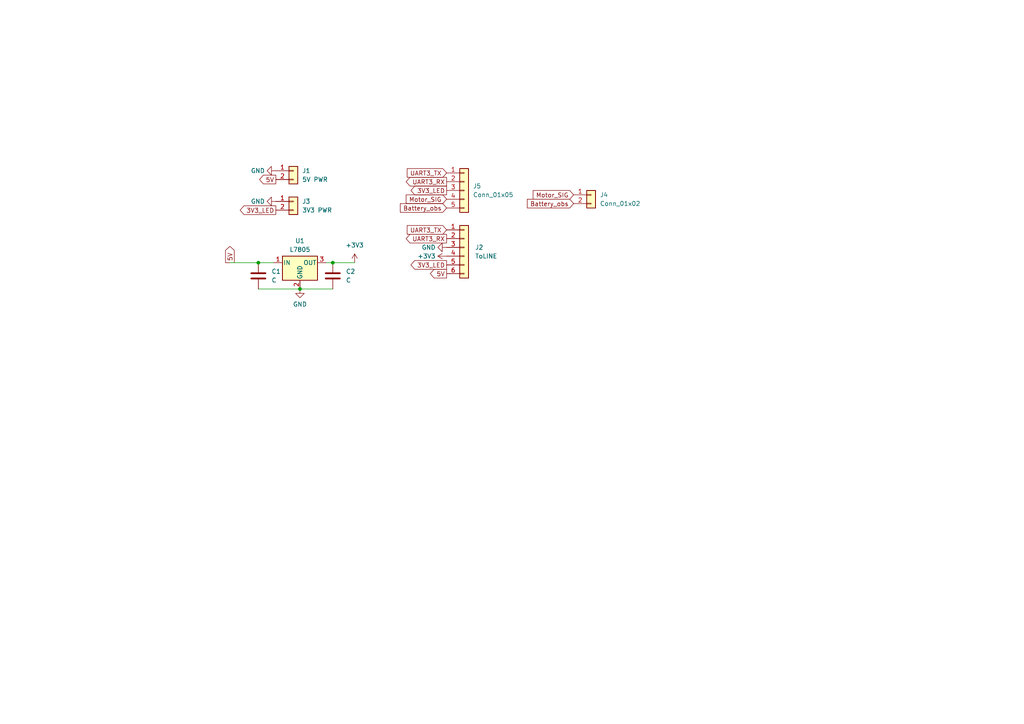
<source format=kicad_sch>
(kicad_sch (version 20230121) (generator eeschema)

  (uuid dc2c36a6-acc2-4162-8af4-e681bcdb8dae)

  (paper "A4")

  (lib_symbols
    (symbol "Connector_Generic:Conn_01x02" (pin_names (offset 1.016) hide) (in_bom yes) (on_board yes)
      (property "Reference" "J" (at 0 2.54 0)
        (effects (font (size 1.27 1.27)))
      )
      (property "Value" "Conn_01x02" (at 0 -5.08 0)
        (effects (font (size 1.27 1.27)))
      )
      (property "Footprint" "" (at 0 0 0)
        (effects (font (size 1.27 1.27)) hide)
      )
      (property "Datasheet" "~" (at 0 0 0)
        (effects (font (size 1.27 1.27)) hide)
      )
      (property "ki_keywords" "connector" (at 0 0 0)
        (effects (font (size 1.27 1.27)) hide)
      )
      (property "ki_description" "Generic connector, single row, 01x02, script generated (kicad-library-utils/schlib/autogen/connector/)" (at 0 0 0)
        (effects (font (size 1.27 1.27)) hide)
      )
      (property "ki_fp_filters" "Connector*:*_1x??_*" (at 0 0 0)
        (effects (font (size 1.27 1.27)) hide)
      )
      (symbol "Conn_01x02_1_1"
        (rectangle (start -1.27 -2.413) (end 0 -2.667)
          (stroke (width 0.1524) (type default))
          (fill (type none))
        )
        (rectangle (start -1.27 0.127) (end 0 -0.127)
          (stroke (width 0.1524) (type default))
          (fill (type none))
        )
        (rectangle (start -1.27 1.27) (end 1.27 -3.81)
          (stroke (width 0.254) (type default))
          (fill (type background))
        )
        (pin passive line (at -5.08 0 0) (length 3.81)
          (name "Pin_1" (effects (font (size 1.27 1.27))))
          (number "1" (effects (font (size 1.27 1.27))))
        )
        (pin passive line (at -5.08 -2.54 0) (length 3.81)
          (name "Pin_2" (effects (font (size 1.27 1.27))))
          (number "2" (effects (font (size 1.27 1.27))))
        )
      )
    )
    (symbol "Connector_Generic:Conn_01x05" (pin_names (offset 1.016) hide) (in_bom yes) (on_board yes)
      (property "Reference" "J" (at 0 7.62 0)
        (effects (font (size 1.27 1.27)))
      )
      (property "Value" "Conn_01x05" (at 0 -7.62 0)
        (effects (font (size 1.27 1.27)))
      )
      (property "Footprint" "" (at 0 0 0)
        (effects (font (size 1.27 1.27)) hide)
      )
      (property "Datasheet" "~" (at 0 0 0)
        (effects (font (size 1.27 1.27)) hide)
      )
      (property "ki_keywords" "connector" (at 0 0 0)
        (effects (font (size 1.27 1.27)) hide)
      )
      (property "ki_description" "Generic connector, single row, 01x05, script generated (kicad-library-utils/schlib/autogen/connector/)" (at 0 0 0)
        (effects (font (size 1.27 1.27)) hide)
      )
      (property "ki_fp_filters" "Connector*:*_1x??_*" (at 0 0 0)
        (effects (font (size 1.27 1.27)) hide)
      )
      (symbol "Conn_01x05_1_1"
        (rectangle (start -1.27 -4.953) (end 0 -5.207)
          (stroke (width 0.1524) (type default))
          (fill (type none))
        )
        (rectangle (start -1.27 -2.413) (end 0 -2.667)
          (stroke (width 0.1524) (type default))
          (fill (type none))
        )
        (rectangle (start -1.27 0.127) (end 0 -0.127)
          (stroke (width 0.1524) (type default))
          (fill (type none))
        )
        (rectangle (start -1.27 2.667) (end 0 2.413)
          (stroke (width 0.1524) (type default))
          (fill (type none))
        )
        (rectangle (start -1.27 5.207) (end 0 4.953)
          (stroke (width 0.1524) (type default))
          (fill (type none))
        )
        (rectangle (start -1.27 6.35) (end 1.27 -6.35)
          (stroke (width 0.254) (type default))
          (fill (type background))
        )
        (pin passive line (at -5.08 5.08 0) (length 3.81)
          (name "Pin_1" (effects (font (size 1.27 1.27))))
          (number "1" (effects (font (size 1.27 1.27))))
        )
        (pin passive line (at -5.08 2.54 0) (length 3.81)
          (name "Pin_2" (effects (font (size 1.27 1.27))))
          (number "2" (effects (font (size 1.27 1.27))))
        )
        (pin passive line (at -5.08 0 0) (length 3.81)
          (name "Pin_3" (effects (font (size 1.27 1.27))))
          (number "3" (effects (font (size 1.27 1.27))))
        )
        (pin passive line (at -5.08 -2.54 0) (length 3.81)
          (name "Pin_4" (effects (font (size 1.27 1.27))))
          (number "4" (effects (font (size 1.27 1.27))))
        )
        (pin passive line (at -5.08 -5.08 0) (length 3.81)
          (name "Pin_5" (effects (font (size 1.27 1.27))))
          (number "5" (effects (font (size 1.27 1.27))))
        )
      )
    )
    (symbol "Connector_Generic:Conn_01x06" (pin_names (offset 1.016) hide) (in_bom yes) (on_board yes)
      (property "Reference" "J" (at 0 7.62 0)
        (effects (font (size 1.27 1.27)))
      )
      (property "Value" "Conn_01x06" (at 0 -10.16 0)
        (effects (font (size 1.27 1.27)))
      )
      (property "Footprint" "" (at 0 0 0)
        (effects (font (size 1.27 1.27)) hide)
      )
      (property "Datasheet" "~" (at 0 0 0)
        (effects (font (size 1.27 1.27)) hide)
      )
      (property "ki_keywords" "connector" (at 0 0 0)
        (effects (font (size 1.27 1.27)) hide)
      )
      (property "ki_description" "Generic connector, single row, 01x06, script generated (kicad-library-utils/schlib/autogen/connector/)" (at 0 0 0)
        (effects (font (size 1.27 1.27)) hide)
      )
      (property "ki_fp_filters" "Connector*:*_1x??_*" (at 0 0 0)
        (effects (font (size 1.27 1.27)) hide)
      )
      (symbol "Conn_01x06_1_1"
        (rectangle (start -1.27 -7.493) (end 0 -7.747)
          (stroke (width 0.1524) (type default))
          (fill (type none))
        )
        (rectangle (start -1.27 -4.953) (end 0 -5.207)
          (stroke (width 0.1524) (type default))
          (fill (type none))
        )
        (rectangle (start -1.27 -2.413) (end 0 -2.667)
          (stroke (width 0.1524) (type default))
          (fill (type none))
        )
        (rectangle (start -1.27 0.127) (end 0 -0.127)
          (stroke (width 0.1524) (type default))
          (fill (type none))
        )
        (rectangle (start -1.27 2.667) (end 0 2.413)
          (stroke (width 0.1524) (type default))
          (fill (type none))
        )
        (rectangle (start -1.27 5.207) (end 0 4.953)
          (stroke (width 0.1524) (type default))
          (fill (type none))
        )
        (rectangle (start -1.27 6.35) (end 1.27 -8.89)
          (stroke (width 0.254) (type default))
          (fill (type background))
        )
        (pin passive line (at -5.08 5.08 0) (length 3.81)
          (name "Pin_1" (effects (font (size 1.27 1.27))))
          (number "1" (effects (font (size 1.27 1.27))))
        )
        (pin passive line (at -5.08 2.54 0) (length 3.81)
          (name "Pin_2" (effects (font (size 1.27 1.27))))
          (number "2" (effects (font (size 1.27 1.27))))
        )
        (pin passive line (at -5.08 0 0) (length 3.81)
          (name "Pin_3" (effects (font (size 1.27 1.27))))
          (number "3" (effects (font (size 1.27 1.27))))
        )
        (pin passive line (at -5.08 -2.54 0) (length 3.81)
          (name "Pin_4" (effects (font (size 1.27 1.27))))
          (number "4" (effects (font (size 1.27 1.27))))
        )
        (pin passive line (at -5.08 -5.08 0) (length 3.81)
          (name "Pin_5" (effects (font (size 1.27 1.27))))
          (number "5" (effects (font (size 1.27 1.27))))
        )
        (pin passive line (at -5.08 -7.62 0) (length 3.81)
          (name "Pin_6" (effects (font (size 1.27 1.27))))
          (number "6" (effects (font (size 1.27 1.27))))
        )
      )
    )
    (symbol "Device:C" (pin_numbers hide) (pin_names (offset 0.254)) (in_bom yes) (on_board yes)
      (property "Reference" "C" (at 0.635 2.54 0)
        (effects (font (size 1.27 1.27)) (justify left))
      )
      (property "Value" "C" (at 0.635 -2.54 0)
        (effects (font (size 1.27 1.27)) (justify left))
      )
      (property "Footprint" "" (at 0.9652 -3.81 0)
        (effects (font (size 1.27 1.27)) hide)
      )
      (property "Datasheet" "~" (at 0 0 0)
        (effects (font (size 1.27 1.27)) hide)
      )
      (property "ki_keywords" "cap capacitor" (at 0 0 0)
        (effects (font (size 1.27 1.27)) hide)
      )
      (property "ki_description" "Unpolarized capacitor" (at 0 0 0)
        (effects (font (size 1.27 1.27)) hide)
      )
      (property "ki_fp_filters" "C_*" (at 0 0 0)
        (effects (font (size 1.27 1.27)) hide)
      )
      (symbol "C_0_1"
        (polyline
          (pts
            (xy -2.032 -0.762)
            (xy 2.032 -0.762)
          )
          (stroke (width 0.508) (type default))
          (fill (type none))
        )
        (polyline
          (pts
            (xy -2.032 0.762)
            (xy 2.032 0.762)
          )
          (stroke (width 0.508) (type default))
          (fill (type none))
        )
      )
      (symbol "C_1_1"
        (pin passive line (at 0 3.81 270) (length 2.794)
          (name "~" (effects (font (size 1.27 1.27))))
          (number "1" (effects (font (size 1.27 1.27))))
        )
        (pin passive line (at 0 -3.81 90) (length 2.794)
          (name "~" (effects (font (size 1.27 1.27))))
          (number "2" (effects (font (size 1.27 1.27))))
        )
      )
    )
    (symbol "Regulator_Linear:L7805" (pin_names (offset 0.254)) (in_bom yes) (on_board yes)
      (property "Reference" "U" (at -3.81 3.175 0)
        (effects (font (size 1.27 1.27)))
      )
      (property "Value" "L7805" (at 0 3.175 0)
        (effects (font (size 1.27 1.27)) (justify left))
      )
      (property "Footprint" "" (at 0.635 -3.81 0)
        (effects (font (size 1.27 1.27) italic) (justify left) hide)
      )
      (property "Datasheet" "http://www.st.com/content/ccc/resource/technical/document/datasheet/41/4f/b3/b0/12/d4/47/88/CD00000444.pdf/files/CD00000444.pdf/jcr:content/translations/en.CD00000444.pdf" (at 0 -1.27 0)
        (effects (font (size 1.27 1.27)) hide)
      )
      (property "ki_keywords" "Voltage Regulator 1.5A Positive" (at 0 0 0)
        (effects (font (size 1.27 1.27)) hide)
      )
      (property "ki_description" "Positive 1.5A 35V Linear Regulator, Fixed Output 5V, TO-220/TO-263/TO-252" (at 0 0 0)
        (effects (font (size 1.27 1.27)) hide)
      )
      (property "ki_fp_filters" "TO?252* TO?263* TO?220*" (at 0 0 0)
        (effects (font (size 1.27 1.27)) hide)
      )
      (symbol "L7805_0_1"
        (rectangle (start -5.08 1.905) (end 5.08 -5.08)
          (stroke (width 0.254) (type default))
          (fill (type background))
        )
      )
      (symbol "L7805_1_1"
        (pin power_in line (at -7.62 0 0) (length 2.54)
          (name "IN" (effects (font (size 1.27 1.27))))
          (number "1" (effects (font (size 1.27 1.27))))
        )
        (pin power_in line (at 0 -7.62 90) (length 2.54)
          (name "GND" (effects (font (size 1.27 1.27))))
          (number "2" (effects (font (size 1.27 1.27))))
        )
        (pin power_out line (at 7.62 0 180) (length 2.54)
          (name "OUT" (effects (font (size 1.27 1.27))))
          (number "3" (effects (font (size 1.27 1.27))))
        )
      )
    )
    (symbol "power:+3V3" (power) (pin_names (offset 0)) (in_bom yes) (on_board yes)
      (property "Reference" "#PWR" (at 0 -3.81 0)
        (effects (font (size 1.27 1.27)) hide)
      )
      (property "Value" "+3V3" (at 0 3.556 0)
        (effects (font (size 1.27 1.27)))
      )
      (property "Footprint" "" (at 0 0 0)
        (effects (font (size 1.27 1.27)) hide)
      )
      (property "Datasheet" "" (at 0 0 0)
        (effects (font (size 1.27 1.27)) hide)
      )
      (property "ki_keywords" "global power" (at 0 0 0)
        (effects (font (size 1.27 1.27)) hide)
      )
      (property "ki_description" "Power symbol creates a global label with name \"+3V3\"" (at 0 0 0)
        (effects (font (size 1.27 1.27)) hide)
      )
      (symbol "+3V3_0_1"
        (polyline
          (pts
            (xy -0.762 1.27)
            (xy 0 2.54)
          )
          (stroke (width 0) (type default))
          (fill (type none))
        )
        (polyline
          (pts
            (xy 0 0)
            (xy 0 2.54)
          )
          (stroke (width 0) (type default))
          (fill (type none))
        )
        (polyline
          (pts
            (xy 0 2.54)
            (xy 0.762 1.27)
          )
          (stroke (width 0) (type default))
          (fill (type none))
        )
      )
      (symbol "+3V3_1_1"
        (pin power_in line (at 0 0 90) (length 0) hide
          (name "+3V3" (effects (font (size 1.27 1.27))))
          (number "1" (effects (font (size 1.27 1.27))))
        )
      )
    )
    (symbol "power:GND" (power) (pin_names (offset 0)) (in_bom yes) (on_board yes)
      (property "Reference" "#PWR" (at 0 -6.35 0)
        (effects (font (size 1.27 1.27)) hide)
      )
      (property "Value" "GND" (at 0 -3.81 0)
        (effects (font (size 1.27 1.27)))
      )
      (property "Footprint" "" (at 0 0 0)
        (effects (font (size 1.27 1.27)) hide)
      )
      (property "Datasheet" "" (at 0 0 0)
        (effects (font (size 1.27 1.27)) hide)
      )
      (property "ki_keywords" "global power" (at 0 0 0)
        (effects (font (size 1.27 1.27)) hide)
      )
      (property "ki_description" "Power symbol creates a global label with name \"GND\" , ground" (at 0 0 0)
        (effects (font (size 1.27 1.27)) hide)
      )
      (symbol "GND_0_1"
        (polyline
          (pts
            (xy 0 0)
            (xy 0 -1.27)
            (xy 1.27 -1.27)
            (xy 0 -2.54)
            (xy -1.27 -1.27)
            (xy 0 -1.27)
          )
          (stroke (width 0) (type default))
          (fill (type none))
        )
      )
      (symbol "GND_1_1"
        (pin power_in line (at 0 0 270) (length 0) hide
          (name "GND" (effects (font (size 1.27 1.27))))
          (number "1" (effects (font (size 1.27 1.27))))
        )
      )
    )
  )

  (junction (at 86.995 83.82) (diameter 0) (color 0 0 0 0)
    (uuid 6e10ba7d-0fba-484d-a393-3d0175d2029c)
  )
  (junction (at 96.52 76.2) (diameter 0) (color 0 0 0 0)
    (uuid 7614f3fa-3d2d-4f2f-aeb4-9a469052a063)
  )
  (junction (at 74.93 76.2) (diameter 0) (color 0 0 0 0)
    (uuid c8155595-cb98-45ed-a31d-8c78de0f82af)
  )

  (wire (pts (xy 94.615 76.2) (xy 96.52 76.2))
    (stroke (width 0) (type default))
    (uuid 1c49c724-b149-4e7e-936e-014c8232c091)
  )
  (wire (pts (xy 96.52 76.2) (xy 102.87 76.2))
    (stroke (width 0) (type default))
    (uuid 70acdcb7-ec0e-482a-a3dc-9393d3973052)
  )
  (wire (pts (xy 74.93 83.82) (xy 86.995 83.82))
    (stroke (width 0) (type default))
    (uuid b25f78f3-3c13-422d-9251-d9a3aebeec4f)
  )
  (wire (pts (xy 86.995 83.82) (xy 96.52 83.82))
    (stroke (width 0) (type default))
    (uuid c1b47c20-1abf-404a-a394-d3cff5dacf91)
  )
  (wire (pts (xy 66.675 76.2) (xy 74.93 76.2))
    (stroke (width 0) (type default))
    (uuid cf042cf2-1269-4f34-bbe6-244c054fdef5)
  )
  (wire (pts (xy 74.93 76.2) (xy 79.375 76.2))
    (stroke (width 0) (type default))
    (uuid d9126dc6-bd57-4a25-b7ba-70b28ae3fe40)
  )

  (global_label "Motor_SIG" (shape input) (at 166.37 56.515 180) (fields_autoplaced)
    (effects (font (size 1.27 1.27)) (justify right))
    (uuid 1f86afe4-4712-4882-ac78-fcc99a3ddaf0)
    (property "Intersheetrefs" "${INTERSHEET_REFS}" (at 154.0716 56.515 0)
      (effects (font (size 1.27 1.27)) (justify right) hide)
    )
  )
  (global_label "3V3_LED" (shape output) (at 129.54 76.835 180) (fields_autoplaced)
    (effects (font (size 1.27 1.27)) (justify right))
    (uuid 204be964-bc74-405a-87e8-a589e3a7d0b4)
    (property "Intersheetrefs" "${INTERSHEET_REFS}" (at 118.6325 76.835 0)
      (effects (font (size 1.27 1.27)) (justify right) hide)
    )
  )
  (global_label "Motor_SIG" (shape input) (at 129.54 57.785 180) (fields_autoplaced)
    (effects (font (size 1.27 1.27)) (justify right))
    (uuid 24196b96-ca2b-4479-8f79-6e779b490d57)
    (property "Intersheetrefs" "${INTERSHEET_REFS}" (at 117.2416 57.785 0)
      (effects (font (size 1.27 1.27)) (justify right) hide)
    )
  )
  (global_label "UART3_TX" (shape input) (at 129.54 50.165 180) (fields_autoplaced)
    (effects (font (size 1.27 1.27)) (justify right))
    (uuid 3952791d-1068-4662-a41a-392a7136b127)
    (property "Intersheetrefs" "${INTERSHEET_REFS}" (at 117.5439 50.165 0)
      (effects (font (size 1.27 1.27)) (justify right) hide)
    )
  )
  (global_label "3V3_LED" (shape output) (at 129.54 55.245 180) (fields_autoplaced)
    (effects (font (size 1.27 1.27)) (justify right))
    (uuid 45095ad0-7e0e-4185-b8af-8071b3fd56fa)
    (property "Intersheetrefs" "${INTERSHEET_REFS}" (at 118.6325 55.245 0)
      (effects (font (size 1.27 1.27)) (justify right) hide)
    )
  )
  (global_label "UART3_RX" (shape output) (at 129.54 52.705 180) (fields_autoplaced)
    (effects (font (size 1.27 1.27)) (justify right))
    (uuid 74651783-25e8-45fd-8659-a8680cabca8c)
    (property "Intersheetrefs" "${INTERSHEET_REFS}" (at 117.2415 52.705 0)
      (effects (font (size 1.27 1.27)) (justify right) hide)
    )
  )
  (global_label "5V" (shape output) (at 129.54 79.375 180) (fields_autoplaced)
    (effects (font (size 1.27 1.27)) (justify right))
    (uuid 759b5a59-ffe4-4ac5-be80-79abe909d866)
    (property "Intersheetrefs" "${INTERSHEET_REFS}" (at 124.2567 79.375 0)
      (effects (font (size 1.27 1.27)) (justify right) hide)
    )
  )
  (global_label "UART3_TX" (shape input) (at 129.54 66.675 180) (fields_autoplaced)
    (effects (font (size 1.27 1.27)) (justify right))
    (uuid 78fdfbb7-50c6-4ba9-9c74-12f23177ea76)
    (property "Intersheetrefs" "${INTERSHEET_REFS}" (at 117.5439 66.675 0)
      (effects (font (size 1.27 1.27)) (justify right) hide)
    )
  )
  (global_label "Battery_obs" (shape input) (at 166.37 59.055 180) (fields_autoplaced)
    (effects (font (size 1.27 1.27)) (justify right))
    (uuid adcd526e-89c3-43ea-a8c5-046fc3c9fb85)
    (property "Intersheetrefs" "${INTERSHEET_REFS}" (at 152.3783 59.055 0)
      (effects (font (size 1.27 1.27)) (justify right) hide)
    )
  )
  (global_label "Battery_obs" (shape input) (at 129.54 60.325 180) (fields_autoplaced)
    (effects (font (size 1.27 1.27)) (justify right))
    (uuid b0a3d765-403d-4c95-baa7-731b6a637bd3)
    (property "Intersheetrefs" "${INTERSHEET_REFS}" (at 115.5483 60.325 0)
      (effects (font (size 1.27 1.27)) (justify right) hide)
    )
  )
  (global_label "UART3_RX" (shape output) (at 129.54 69.215 180) (fields_autoplaced)
    (effects (font (size 1.27 1.27)) (justify right))
    (uuid b802e249-7450-4a43-a579-34b401c191db)
    (property "Intersheetrefs" "${INTERSHEET_REFS}" (at 117.2415 69.215 0)
      (effects (font (size 1.27 1.27)) (justify right) hide)
    )
  )
  (global_label "3V3_LED" (shape output) (at 80.01 60.96 180) (fields_autoplaced)
    (effects (font (size 1.27 1.27)) (justify right))
    (uuid c92e6bd6-9d7f-448e-8875-1f46782e1d26)
    (property "Intersheetrefs" "${INTERSHEET_REFS}" (at 69.1025 60.96 0)
      (effects (font (size 1.27 1.27)) (justify right) hide)
    )
  )
  (global_label "5V" (shape output) (at 66.675 76.2 90) (fields_autoplaced)
    (effects (font (size 1.27 1.27)) (justify left))
    (uuid e8240176-e249-4e0f-bff5-131e948c17e9)
    (property "Intersheetrefs" "${INTERSHEET_REFS}" (at 66.675 70.9167 90)
      (effects (font (size 1.27 1.27)) (justify left) hide)
    )
  )
  (global_label "5V" (shape output) (at 80.01 52.07 180) (fields_autoplaced)
    (effects (font (size 1.27 1.27)) (justify right))
    (uuid fefceec3-f214-48b9-86a2-98ad85e03261)
    (property "Intersheetrefs" "${INTERSHEET_REFS}" (at 74.7267 52.07 0)
      (effects (font (size 1.27 1.27)) (justify right) hide)
    )
  )

  (symbol (lib_id "Connector_Generic:Conn_01x05") (at 134.62 55.245 0) (unit 1)
    (in_bom yes) (on_board yes) (dnp no) (fields_autoplaced)
    (uuid 08a515b7-e2b2-42ac-80fa-2b5cd2dc893b)
    (property "Reference" "J5" (at 137.16 53.975 0)
      (effects (font (size 1.27 1.27)) (justify left))
    )
    (property "Value" "Conn_01x05" (at 137.16 56.515 0)
      (effects (font (size 1.27 1.27)) (justify left))
    )
    (property "Footprint" "Connector_JST:JST_XH_B5B-XH-A_1x05_P2.50mm_Vertical" (at 134.62 55.245 0)
      (effects (font (size 1.27 1.27)) hide)
    )
    (property "Datasheet" "~" (at 134.62 55.245 0)
      (effects (font (size 1.27 1.27)) hide)
    )
    (pin "4" (uuid e8d29dfe-47d1-4745-8414-c2d523236dda))
    (pin "2" (uuid 827c8d9b-8d2c-4f77-ad58-5d947add9077))
    (pin "5" (uuid 3c2cc5d5-b5d7-452f-8fff-4a815515501b))
    (pin "1" (uuid d998b385-c3d9-441b-a0e9-074e83deadbe))
    (pin "3" (uuid 62bf7206-b3bc-4f74-98bb-a42e02e274b6))
    (instances
      (project "09-Bottom"
        (path "/dc2c36a6-acc2-4162-8af4-e681bcdb8dae"
          (reference "J5") (unit 1)
        )
      )
    )
  )

  (symbol (lib_id "Connector_Generic:Conn_01x06") (at 134.62 71.755 0) (unit 1)
    (in_bom yes) (on_board yes) (dnp no) (fields_autoplaced)
    (uuid 17bf008d-fe1e-43b1-8292-bb4b63a25203)
    (property "Reference" "J1" (at 137.795 71.755 0)
      (effects (font (size 1.27 1.27)) (justify left))
    )
    (property "Value" "ToLINE" (at 137.795 74.295 0)
      (effects (font (size 1.27 1.27)) (justify left))
    )
    (property "Footprint" "Connector_JST:JST_XH_B6B-XH-A_1x06_P2.50mm_Vertical" (at 134.62 71.755 0)
      (effects (font (size 1.27 1.27)) hide)
    )
    (property "Datasheet" "~" (at 134.62 71.755 0)
      (effects (font (size 1.27 1.27)) hide)
    )
    (pin "1" (uuid 3000f2ac-cb96-4c7e-b135-1fa22f6c6d4c))
    (pin "5" (uuid 96414161-9f66-44fb-a74a-72066ed691e6))
    (pin "2" (uuid a52f2189-2597-41d0-bd65-e879add51269))
    (pin "3" (uuid d2256c8e-ec12-428c-9d21-a04c952c6689))
    (pin "4" (uuid ced614ec-5bc0-435d-b278-67e89b90273b))
    (pin "6" (uuid 51ba8e99-e932-49c8-b23e-2648c6d01d39))
    (instances
      (project "04-line_sub"
        (path "/25c57c6f-8e34-4d58-aed4-7bf8583eb86f"
          (reference "J1") (unit 1)
        )
      )
      (project "04-line"
        (path "/b1a90ee4-5853-45f0-85ec-cbfa3ae36592"
          (reference "J1") (unit 1)
        )
      )
      (project "09-Bottom"
        (path "/dc2c36a6-acc2-4162-8af4-e681bcdb8dae"
          (reference "J2") (unit 1)
        )
      )
    )
  )

  (symbol (lib_id "power:GND") (at 129.54 71.755 270) (mirror x) (unit 1)
    (in_bom yes) (on_board yes) (dnp no) (fields_autoplaced)
    (uuid 3002d275-c905-46a4-aeb9-4bbd017fa692)
    (property "Reference" "#PWR014" (at 123.19 71.755 0)
      (effects (font (size 1.27 1.27)) hide)
    )
    (property "Value" "GND" (at 126.365 71.755 90)
      (effects (font (size 1.27 1.27)) (justify right))
    )
    (property "Footprint" "" (at 129.54 71.755 0)
      (effects (font (size 1.27 1.27)) hide)
    )
    (property "Datasheet" "" (at 129.54 71.755 0)
      (effects (font (size 1.27 1.27)) hide)
    )
    (pin "1" (uuid a685f3d5-f8bd-4c5e-9f22-27b04bba3790))
    (instances
      (project "04-line_sub"
        (path "/25c57c6f-8e34-4d58-aed4-7bf8583eb86f"
          (reference "#PWR014") (unit 1)
        )
      )
      (project "06_WRITER"
        (path "/816205b3-19fd-426f-b76d-aedd327993fe"
          (reference "#PWR03") (unit 1)
        )
      )
      (project "04-line"
        (path "/b1a90ee4-5853-45f0-85ec-cbfa3ae36592"
          (reference "#PWR078") (unit 1)
        )
      )
      (project "09-Bottom"
        (path "/dc2c36a6-acc2-4162-8af4-e681bcdb8dae"
          (reference "#PWR02") (unit 1)
        )
      )
    )
  )

  (symbol (lib_id "power:+3V3") (at 102.87 76.2 0) (mirror y) (unit 1)
    (in_bom yes) (on_board yes) (dnp no) (fields_autoplaced)
    (uuid 41b2720d-ea6c-4308-90d9-014300165ff5)
    (property "Reference" "#PWR015" (at 102.87 80.01 0)
      (effects (font (size 1.27 1.27)) hide)
    )
    (property "Value" "+3V3" (at 102.87 71.12 0)
      (effects (font (size 1.27 1.27)))
    )
    (property "Footprint" "" (at 102.87 76.2 0)
      (effects (font (size 1.27 1.27)) hide)
    )
    (property "Datasheet" "" (at 102.87 76.2 0)
      (effects (font (size 1.27 1.27)) hide)
    )
    (pin "1" (uuid 8c938b07-b19b-4ab6-854b-43281fd993a2))
    (instances
      (project "04-line_sub"
        (path "/25c57c6f-8e34-4d58-aed4-7bf8583eb86f"
          (reference "#PWR015") (unit 1)
        )
      )
      (project "09-Bottom"
        (path "/dc2c36a6-acc2-4162-8af4-e681bcdb8dae"
          (reference "#PWR05") (unit 1)
        )
      )
    )
  )

  (symbol (lib_id "Regulator_Linear:L7805") (at 86.995 76.2 0) (unit 1)
    (in_bom yes) (on_board yes) (dnp no) (fields_autoplaced)
    (uuid 6095b717-0909-4e7c-8d10-ef099923eef6)
    (property "Reference" "U1" (at 86.995 69.85 0)
      (effects (font (size 1.27 1.27)))
    )
    (property "Value" "L7805" (at 86.995 72.39 0)
      (effects (font (size 1.27 1.27)))
    )
    (property "Footprint" "" (at 87.63 80.01 0)
      (effects (font (size 1.27 1.27) italic) (justify left) hide)
    )
    (property "Datasheet" "http://www.st.com/content/ccc/resource/technical/document/datasheet/41/4f/b3/b0/12/d4/47/88/CD00000444.pdf/files/CD00000444.pdf/jcr:content/translations/en.CD00000444.pdf" (at 86.995 77.47 0)
      (effects (font (size 1.27 1.27)) hide)
    )
    (pin "1" (uuid d8cfc302-14ee-49ce-9ba4-44cd69266f9e))
    (pin "3" (uuid 3d8b2e94-11a5-457d-b277-ff577e7d0d2b))
    (pin "2" (uuid 25f25c80-1c95-4d15-aa67-c2723f865319))
    (instances
      (project "09-Bottom"
        (path "/dc2c36a6-acc2-4162-8af4-e681bcdb8dae"
          (reference "U1") (unit 1)
        )
      )
    )
  )

  (symbol (lib_id "Device:C") (at 74.93 80.01 0) (unit 1)
    (in_bom yes) (on_board yes) (dnp no) (fields_autoplaced)
    (uuid 6a7d2303-b56a-48f8-b400-16cf4816abfc)
    (property "Reference" "C1" (at 78.74 78.74 0)
      (effects (font (size 1.27 1.27)) (justify left))
    )
    (property "Value" "C" (at 78.74 81.28 0)
      (effects (font (size 1.27 1.27)) (justify left))
    )
    (property "Footprint" "" (at 75.8952 83.82 0)
      (effects (font (size 1.27 1.27)) hide)
    )
    (property "Datasheet" "~" (at 74.93 80.01 0)
      (effects (font (size 1.27 1.27)) hide)
    )
    (pin "2" (uuid 59347115-b8b2-49b4-891e-894a41182bae))
    (pin "1" (uuid d6a629ce-87e2-48a1-b91e-fd576123a199))
    (instances
      (project "09-Bottom"
        (path "/dc2c36a6-acc2-4162-8af4-e681bcdb8dae"
          (reference "C1") (unit 1)
        )
      )
    )
  )

  (symbol (lib_id "power:+3V3") (at 129.54 74.295 90) (mirror x) (unit 1)
    (in_bom yes) (on_board yes) (dnp no) (fields_autoplaced)
    (uuid 6b3b4bb7-4d99-44ea-8e8d-d09f72993067)
    (property "Reference" "#PWR015" (at 133.35 74.295 0)
      (effects (font (size 1.27 1.27)) hide)
    )
    (property "Value" "+3V3" (at 126.365 74.295 90)
      (effects (font (size 1.27 1.27)) (justify left))
    )
    (property "Footprint" "" (at 129.54 74.295 0)
      (effects (font (size 1.27 1.27)) hide)
    )
    (property "Datasheet" "" (at 129.54 74.295 0)
      (effects (font (size 1.27 1.27)) hide)
    )
    (pin "1" (uuid ad040555-25a0-49fb-bac3-08422070b2a5))
    (instances
      (project "04-line_sub"
        (path "/25c57c6f-8e34-4d58-aed4-7bf8583eb86f"
          (reference "#PWR015") (unit 1)
        )
      )
      (project "09-Bottom"
        (path "/dc2c36a6-acc2-4162-8af4-e681bcdb8dae"
          (reference "#PWR01") (unit 1)
        )
      )
    )
  )

  (symbol (lib_id "Connector_Generic:Conn_01x02") (at 85.09 58.42 0) (unit 1)
    (in_bom yes) (on_board yes) (dnp no) (fields_autoplaced)
    (uuid 9e093345-3439-40cc-a3a5-1676b81f3606)
    (property "Reference" "J3" (at 87.63 58.42 0)
      (effects (font (size 1.27 1.27)) (justify left))
    )
    (property "Value" "3V3 PWR" (at 87.63 60.96 0)
      (effects (font (size 1.27 1.27)) (justify left))
    )
    (property "Footprint" "Connector_AMASS:AMASS_XT30PW-M_1x02_P2.50mm_Horizontal" (at 85.09 58.42 0)
      (effects (font (size 1.27 1.27)) hide)
    )
    (property "Datasheet" "~" (at 85.09 58.42 0)
      (effects (font (size 1.27 1.27)) hide)
    )
    (pin "2" (uuid 5bd24b10-4e38-4095-a401-364f42735672))
    (pin "1" (uuid 5370f646-1bef-495a-a54e-850877a07201))
    (instances
      (project "09-Bottom"
        (path "/dc2c36a6-acc2-4162-8af4-e681bcdb8dae"
          (reference "J3") (unit 1)
        )
      )
    )
  )

  (symbol (lib_id "Device:C") (at 96.52 80.01 0) (unit 1)
    (in_bom yes) (on_board yes) (dnp no) (fields_autoplaced)
    (uuid a0106d49-736c-4f6b-a249-24005a09c683)
    (property "Reference" "C2" (at 100.33 78.74 0)
      (effects (font (size 1.27 1.27)) (justify left))
    )
    (property "Value" "C" (at 100.33 81.28 0)
      (effects (font (size 1.27 1.27)) (justify left))
    )
    (property "Footprint" "" (at 97.4852 83.82 0)
      (effects (font (size 1.27 1.27)) hide)
    )
    (property "Datasheet" "~" (at 96.52 80.01 0)
      (effects (font (size 1.27 1.27)) hide)
    )
    (pin "2" (uuid 59347115-b8b2-49b4-891e-894a41182bae))
    (pin "1" (uuid d6a629ce-87e2-48a1-b91e-fd576123a199))
    (instances
      (project "09-Bottom"
        (path "/dc2c36a6-acc2-4162-8af4-e681bcdb8dae"
          (reference "C2") (unit 1)
        )
      )
    )
  )

  (symbol (lib_id "power:GND") (at 86.995 83.82 0) (unit 1)
    (in_bom yes) (on_board yes) (dnp no) (fields_autoplaced)
    (uuid a34e243a-a7c7-40fb-9a44-0aeae57f8a61)
    (property "Reference" "#PWR014" (at 86.995 90.17 0)
      (effects (font (size 1.27 1.27)) hide)
    )
    (property "Value" "GND" (at 86.995 88.265 0)
      (effects (font (size 1.27 1.27)))
    )
    (property "Footprint" "" (at 86.995 83.82 0)
      (effects (font (size 1.27 1.27)) hide)
    )
    (property "Datasheet" "" (at 86.995 83.82 0)
      (effects (font (size 1.27 1.27)) hide)
    )
    (pin "1" (uuid ff49be13-74ef-481c-b6ac-a463065da374))
    (instances
      (project "04-line_sub"
        (path "/25c57c6f-8e34-4d58-aed4-7bf8583eb86f"
          (reference "#PWR014") (unit 1)
        )
      )
      (project "06_WRITER"
        (path "/816205b3-19fd-426f-b76d-aedd327993fe"
          (reference "#PWR03") (unit 1)
        )
      )
      (project "04-line"
        (path "/b1a90ee4-5853-45f0-85ec-cbfa3ae36592"
          (reference "#PWR078") (unit 1)
        )
      )
      (project "09-Bottom"
        (path "/dc2c36a6-acc2-4162-8af4-e681bcdb8dae"
          (reference "#PWR06") (unit 1)
        )
      )
    )
  )

  (symbol (lib_id "Connector_Generic:Conn_01x02") (at 85.09 49.53 0) (unit 1)
    (in_bom yes) (on_board yes) (dnp no)
    (uuid a789b5df-40bd-4723-9270-7e4740ca43d3)
    (property "Reference" "J1" (at 87.63 49.53 0)
      (effects (font (size 1.27 1.27)) (justify left))
    )
    (property "Value" "5V PWR" (at 87.63 52.07 0)
      (effects (font (size 1.27 1.27)) (justify left))
    )
    (property "Footprint" "Connector_AMASS:AMASS_XT30PW-M_1x02_P2.50mm_Horizontal" (at 85.09 49.53 0)
      (effects (font (size 1.27 1.27)) hide)
    )
    (property "Datasheet" "~" (at 85.09 49.53 0)
      (effects (font (size 1.27 1.27)) hide)
    )
    (pin "2" (uuid 4d4ebc17-e870-4f0f-bed8-0f074e595ac8))
    (pin "1" (uuid f897e214-23f6-4948-a289-b2a8263fa843))
    (instances
      (project "09-Bottom"
        (path "/dc2c36a6-acc2-4162-8af4-e681bcdb8dae"
          (reference "J1") (unit 1)
        )
      )
    )
  )

  (symbol (lib_id "power:GND") (at 80.01 49.53 270) (unit 1)
    (in_bom yes) (on_board yes) (dnp no) (fields_autoplaced)
    (uuid b523fff3-c9fb-403d-95dc-4e025f6b5506)
    (property "Reference" "#PWR014" (at 73.66 49.53 0)
      (effects (font (size 1.27 1.27)) hide)
    )
    (property "Value" "GND" (at 76.835 49.53 90)
      (effects (font (size 1.27 1.27)) (justify right))
    )
    (property "Footprint" "" (at 80.01 49.53 0)
      (effects (font (size 1.27 1.27)) hide)
    )
    (property "Datasheet" "" (at 80.01 49.53 0)
      (effects (font (size 1.27 1.27)) hide)
    )
    (pin "1" (uuid 0f5304cc-c74b-4294-aaee-a422e3224ae9))
    (instances
      (project "04-line_sub"
        (path "/25c57c6f-8e34-4d58-aed4-7bf8583eb86f"
          (reference "#PWR014") (unit 1)
        )
      )
      (project "06_WRITER"
        (path "/816205b3-19fd-426f-b76d-aedd327993fe"
          (reference "#PWR03") (unit 1)
        )
      )
      (project "04-line"
        (path "/b1a90ee4-5853-45f0-85ec-cbfa3ae36592"
          (reference "#PWR078") (unit 1)
        )
      )
      (project "09-Bottom"
        (path "/dc2c36a6-acc2-4162-8af4-e681bcdb8dae"
          (reference "#PWR03") (unit 1)
        )
      )
    )
  )

  (symbol (lib_id "power:GND") (at 80.01 58.42 270) (unit 1)
    (in_bom yes) (on_board yes) (dnp no) (fields_autoplaced)
    (uuid bf490346-eff4-40ba-bff9-17b70b8b2294)
    (property "Reference" "#PWR014" (at 73.66 58.42 0)
      (effects (font (size 1.27 1.27)) hide)
    )
    (property "Value" "GND" (at 76.835 58.42 90)
      (effects (font (size 1.27 1.27)) (justify right))
    )
    (property "Footprint" "" (at 80.01 58.42 0)
      (effects (font (size 1.27 1.27)) hide)
    )
    (property "Datasheet" "" (at 80.01 58.42 0)
      (effects (font (size 1.27 1.27)) hide)
    )
    (pin "1" (uuid bdbdbafa-1f50-4dbf-8dac-e25bb05e5bc1))
    (instances
      (project "04-line_sub"
        (path "/25c57c6f-8e34-4d58-aed4-7bf8583eb86f"
          (reference "#PWR014") (unit 1)
        )
      )
      (project "06_WRITER"
        (path "/816205b3-19fd-426f-b76d-aedd327993fe"
          (reference "#PWR03") (unit 1)
        )
      )
      (project "04-line"
        (path "/b1a90ee4-5853-45f0-85ec-cbfa3ae36592"
          (reference "#PWR078") (unit 1)
        )
      )
      (project "09-Bottom"
        (path "/dc2c36a6-acc2-4162-8af4-e681bcdb8dae"
          (reference "#PWR04") (unit 1)
        )
      )
    )
  )

  (symbol (lib_id "Connector_Generic:Conn_01x02") (at 171.45 56.515 0) (unit 1)
    (in_bom yes) (on_board yes) (dnp no) (fields_autoplaced)
    (uuid e7ae2b41-d186-4a8c-a96a-9b6357a778c0)
    (property "Reference" "J4" (at 173.99 56.515 0)
      (effects (font (size 1.27 1.27)) (justify left))
    )
    (property "Value" "Conn_01x02" (at 173.99 59.055 0)
      (effects (font (size 1.27 1.27)) (justify left))
    )
    (property "Footprint" "Connector_JST:JST_XH_S2B-XH-A_1x02_P2.50mm_Horizontal" (at 171.45 56.515 0)
      (effects (font (size 1.27 1.27)) hide)
    )
    (property "Datasheet" "~" (at 171.45 56.515 0)
      (effects (font (size 1.27 1.27)) hide)
    )
    (pin "2" (uuid 7afe125a-2e00-4b60-8a90-dbbc1d542c34))
    (pin "1" (uuid 6be7b38d-7717-4fd3-b82c-778a956d229d))
    (instances
      (project "09-Bottom"
        (path "/dc2c36a6-acc2-4162-8af4-e681bcdb8dae"
          (reference "J4") (unit 1)
        )
      )
    )
  )

  (sheet_instances
    (path "/" (page "1"))
  )
)

</source>
